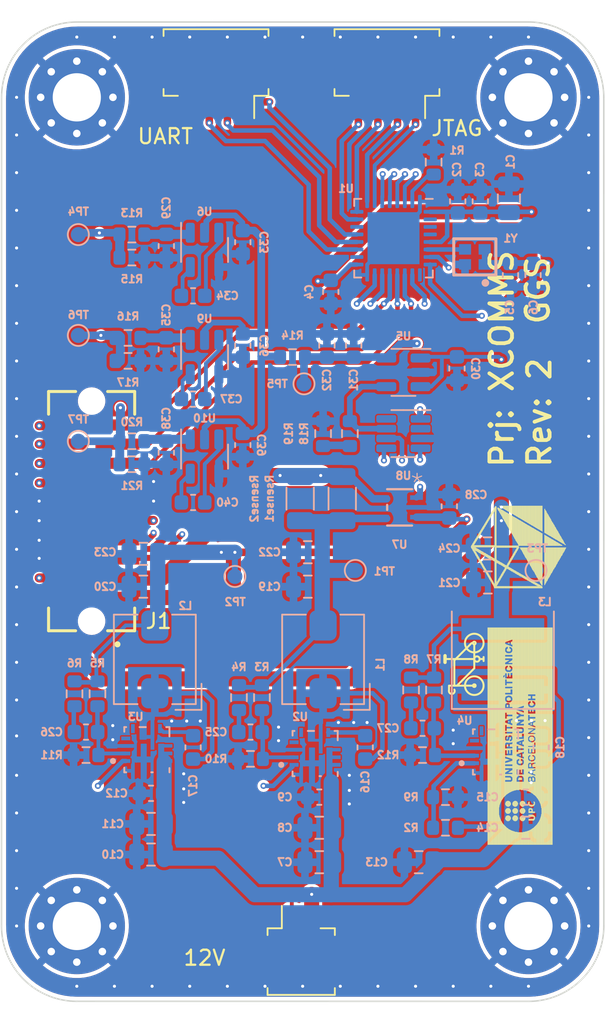
<source format=kicad_pcb>
(kicad_pcb (version 20211014) (generator pcbnew)
  (layers (0 "F.Cu" signal "Top Layer") (1 "In1.Cu" signal "Mid Layer 1") (2 "In2.Cu" signal "Mid Layer 2") (31 "B.Cu" signal "Bottom Layer") (34 "B.Paste" user "Bottom Paste") (35 "F.Paste" user "Top Paste") (36 "B.SilkS" user "Bottom Overlay") (37 "F.SilkS" user "Top Overlay") (38 "B.Mask" user "Bottom Solder") (39 "F.Mask" user "Top Solder") (44 "Edge.Cuts" user))
  (net 0 "")
  (net 1 "GND")
  (net 2 "+12V")
  (net 3 "+3V3")
  (net 4 "+5V")
  (net 5 "Net-(C16-Pad1)")
  (net 6 "Net-(C16-Pad2)")
  (net 7 "/XCOMMS_PowerSupply/6V")
  (net 8 "Net-(C17-Pad1)")
  (net 9 "Net-(C17-Pad2)")
  (net 10 "Net-(C18-Pad1)")
  (net 11 "/XCOMMS_PowerSupply/Vinv_in")
  (net 12 "Net-(C18-Pad2)")
  (net 13 "Net-(C25-Pad1)")
  (net 14 "Net-(C25-Pad2)")
  (net 15 "Net-(C26-Pad1)")
  (net 16 "Net-(C26-Pad2)")
  (net 17 "Net-(C27-Pad1)")
  (net 18 "Net-(C27-Pad2)")
  (net 19 "Net-(C29-Pad2)")
  (net 20 "Net-(C31-Pad1)")
  (net 21 "Net-(C34-Pad1)")
  (net 22 "Net-(C34-Pad2)")
  (net 23 "Net-(C35-Pad2)")
  (net 24 "Net-(C37-Pad1)")
  (net 25 "Net-(C37-Pad2)")
  (net 26 "Net-(C38-Pad2)")
  (net 27 "Net-(C40-Pad1)")
  (net 28 "Net-(C40-Pad2)")
  (net 29 "/Vg_PA1")
  (net 30 "/SDI")
  (net 31 "/Vg_PA2")
  (net 32 "/SDO")
  (net 33 "/Vg_PA3")
  (net 34 "/SCK")
  (net 35 "/PLL_CSB")
  (net 36 "/Tx_CE")
  (net 37 "/T_CSB")
  (net 38 "/LO_EN")
  (net 39 "/Tx_PM")
  (net 40 "/Vd_PA")
  (net 41 "/JTDO")
  (net 42 "/JTDI")
  (net 43 "/JTCK")
  (net 44 "/JTMS")
  (net 45 "Net-(R2-Pad2)")
  (net 46 "Net-(R18-Pad1)")
  (net 47 "Net-(R18-Pad2)")
  (net 48 "/R_CSB")
  (net 50 "/USART1_CTS")
  (net 51 "/USART1_Rx")
  (net 52 "/USART1_Tx")
  (net 54 "/5V_EN")
  (net 55 "/6V_EN")
  (net 57 "/CurrentSense")
  (net 58 "/mcu_OSC")
  (net 67 "/Boot0")
  (net 71 "unconnected-(UART1-Pad4)")
  (footprint "GGS_Connectors:SAMTEC_TFC-110-02-F-D-A-P-FR" (layer "F.Cu") (at 136.201102 110.6836 90)
    (fp_text reference "J1")
    (fp_text value "TFC-110-02-F-D-A-P-FR")
  )
  (footprint "D:_GoogleDrive_UPC_MEE_IR_Altium_Library_Altium_libraries_3CAT_Official_lib_3C4_OFFICIAL_LIB.PcbLib_UPC_LOGO" (layer "F.Cu") (at 165.101104 127.1036 90)
    (fp_text reference "Designator9" hide)
    (fp_text value "Comment" hide)
  )
  (footprint "MountingHole:MountingHole_3.2mm_M3_Pad_Via" (layer "F.Cu") (at 163.501095 77.503604)
    (fp_text reference "SCRW4" hide)
    (fp_text value "MountingHole_Pad" hide)
  )
  (footprint "D:_GoogleDrive_UPC_MEE_IR_Altium_Library_Altium_libraries_3CAT_Official_lib_3C4_OFFICIAL_LIB.PcbLib_PCB_ID" (layer "F.Cu") (at 162.601104 102.2036 90)
    (fp_text reference "Designator6" hide)
    (fp_text value "Comment" hide)
  )
  (footprint "D:_GoogleDrive_UPC_MEE_IR_Altium_Library_Altium_libraries_3CAT_Official_lib_3C4_OFFICIAL_LIB.PcbLib_PCB_ID" (layer "F.Cu") (at 138.701102 133.1036)
    (fp_text reference "Designator11" hide)
    (fp_text value "Comment" hide)
  )
  (footprint "D:_GoogleDrive_UPC_MEE_IR_Altium_Library_Altium_libraries_3CAT_Official_lib_3C4_OFFICIAL_LIB.PcbLib_PCB_ID" (layer "F.Cu") (at 144.301102 112.503598)
    (fp_text reference "Designator10" hide)
    (fp_text value "Comment" hide)
  )
  (footprint "D:_GoogleDrive_UPC_MEE_IR_Altium_Library_Altium_libraries_3CAT_Official_lib_3C4_OFFICIAL_LIB.PcbLib_PCB_ID" (layer "F.Cu") (at 144.301102 112.503598)
    (fp_text reference "Designator10" hide)
    (fp_text value "Comment" hide)
  )
  (footprint "MountingHole:MountingHole_3.2mm_M3_Pad_Via" (layer "F.Cu") (at 163.501095 132.503596)
    (fp_text reference "SCRW2" hide)
    (fp_text value "MountingHole_Pad" hide)
  )
  (footprint "Connector_Molex:Molex_PicoBlade_53261-0271_1x02-1MP_P1.25mm_Horizontal" (layer "F.Cu") (at 148.405102 134.366)
    (fp_text reference "12V")
    (fp_text value "MOLEX_52610271")
  )
  (footprint "Connector_Molex:Molex_PicoBlade_53261-0471_1x04-1MP_P1.25mm_Horizontal" (layer "F.Cu") (at 154.101102 75.692 180)
    (fp_text reference "JTAG")
    (fp_text value "MOLEX_532610471")
  )
  (footprint "D:_GoogleDrive_UPC_MEE_IR_Altium_Library_Altium_libraries_3CAT_Official_lib_3C4_OFFICIAL_LIB.PcbLib_NANOSAT_LOGO" (layer "F.Cu") (at 167.201102 120.0036 90)
    (fp_text reference "Designator8" hide)
    (fp_text value "Comment" hide)
  )
  (footprint "Connector_Molex:Molex_PicoBlade_53261-0471_1x04-1MP_P1.25mm_Horizontal" (layer "F.Cu") (at 142.748 75.692 180)
    (fp_text reference "UART")
    (fp_text value "MOLEX_532610471")
  )
  (footprint "MountingHole:MountingHole_3.2mm_M3_Pad_Via" (layer "F.Cu") (at 133.501105 132.503596)
    (fp_text reference "SCRW1" hide)
    (fp_text value "MountingHole_Pad" hide)
  )
  (footprint "D:_GoogleDrive_UPC_MEE_IR_Altium_Library_Altium_libraries_3CAT_Official_lib_3C4_OFFICIAL_LIB.PcbLib_PCB_Rev" (layer "F.Cu") (at 165.101104 102.1036 90)
    (fp_text reference "Designator7" hide)
    (fp_text value "Comment" hide)
  )
  (footprint "MountingHole:MountingHole_3.2mm_M3_Pad_Via" (layer "F.Cu") (at 133.501105 77.503604)
    (fp_text reference "SCRW3" hide)
    (fp_text value "MountingHole_Pad" hide)
  )
  (footprint "Capacitor_SMD:C_0603_1608Metric" (layer "B.Cu") (at 149.606 123.952 180)
    (fp_text reference "C9")
    (fp_text value "100nF" hide)
  )
  (footprint "Capacitor_SMD:C_0603_1608Metric" (layer "B.Cu") (at 139.446 101.092 90)
    (fp_text reference "C38")
    (fp_text value "0.33uF" hide)
  )
  (footprint "Resistor_SMD:R_0603_1608Metric" (layer "B.Cu") (at 145.034 121.412 180)
    (fp_text reference "R10")
    (fp_text value "10k" hide)
  )
  (footprint "TestPoint:TestPoint_Pad_D1.0mm" (layer "B.Cu") (at 144.001102 109.3036 90)
    (fp_text reference "TP2")
    (fp_text value "TestPoint" hide)
  )
  (footprint "Capacitor_SMD:C_0603_1608Metric" (layer "B.Cu") (at 139.446 94.234 90)
    (fp_text reference "C35")
    (fp_text value "0.33uF" hide)
  )
  (footprint "TestPoint:TestPoint_Pad_D1.0mm" (layer "B.Cu") (at 164.001098 108.903598 90)
    (fp_text reference "TP3")
    (fp_text value "TestPoint" hide)
  )
  (footprint "Resistor_SMD:R_0603_1608Metric" (layer "B.Cu") (at 134.112 121.158 180)
    (fp_text reference "R11")
    (fp_text value "10k" hide)
  )
  (footprint "Capacitor_SMD:C_0603_1608Metric" (layer "B.Cu") (at 138.43 123.698 180)
    (fp_text reference "C12")
    (fp_text value "100nF" hide)
  )
  (footprint "Capacitor_SMD:C_0805_2012Metric" (layer "B.Cu") (at 156.21 128.27 180)
    (fp_text reference "C13")
    (fp_text value "10uF" hide)
  )
  (footprint "Resistor_SMD:R_0603_1608Metric" (layer "B.Cu") (at 157.226 116.84 -90)
    (fp_text reference "R7")
    (fp_text value "45.3k" hide)
  )
  (footprint "Capacitor_SMD:C_0603_1608Metric" (layer "B.Cu") (at 141.224 97.536 180)
    (fp_text reference "C37")
    (fp_text value "0.33uF" hide)
  )
  (footprint "Capacitor_SMD:C_0603_1608Metric" (layer "B.Cu") (at 162.306 89.3036 -90)
    (fp_text reference "C5")
    (fp_text value "1uF" hide)
  )
  (footprint "TestPoint:TestPoint_Pad_D1.0mm" (layer "B.Cu") (at 133.604 93.3036 180)
    (fp_text reference "TP6")
    (fp_text value "TestPoint" hide)
  )
  (footprint "Resistor_SMD:R_0603_1608Metric" (layer "B.Cu") (at 149.86 99.822 90)
    (fp_text reference "R19")
    (fp_text value "5k" hide)
  )
  (footprint "Capacitor_SMD:C_0603_1608Metric" (layer "B.Cu") (at 134.112 119.634 180)
    (fp_text reference "C26")
    (fp_text value "100pF" hide)
  )
  (footprint "Capacitor_SMD:C_0603_1608Metric" (layer "B.Cu") (at 145.034 119.634 180)
    (fp_text reference "C25")
    (fp_text value "100pF" hide)
  )
  (footprint "Capacitor_SMD:C_0603_1608Metric" (layer "B.Cu") (at 163.322 123.952)
    (fp_text reference "C15")
    (fp_text value "100nF" hide)
  )
  (footprint "Capacitor_SMD:C_0603_1608Metric" (layer "B.Cu") (at 152.654 120.65 -90)
    (fp_text reference "C16")
    (fp_text value "100nF" hide)
  )
  (footprint "Capacitor_SMD:C_0603_1608Metric" (layer "B.Cu") (at 144.526 87.122 90)
    (fp_text reference "C33")
    (fp_text value "0.33uF" hide)
  )
  (footprint "Capacitor_SMD:C_0805_2012Metric" (layer "B.Cu") (at 137.922 109.982 180)
    (fp_text reference "C20")
    (fp_text value "10uF" hide)
  )
  (footprint "Capacitor_SMD:C_0603_1608Metric" (layer "B.Cu") (at 151.892 93.98 90)
    (fp_text reference "C31")
    (fp_text value "1uF" hide)
  )
  (footprint "Resistor_SMD:R_0603_1608Metric" (layer "B.Cu") (at 136.906 93.472 180)
    (fp_text reference "R16")
    (fp_text value "10k" hide)
  )
  (footprint "Capacitor_SMD:C_0603_1608Metric" (layer "B.Cu") (at 150.114 93.98 90)
    (fp_text reference "C32")
    (fp_text value "1uF" hide)
  )
  (footprint "Resistor_SMD:R_0603_1608Metric" (layer "B.Cu") (at 137.16 86.614 180)
    (fp_text reference "R13")
    (fp_text value "10k" hide)
  )
  (footprint "Capacitor_SMD:C_0603_1608Metric" (layer "B.Cu") (at 158.75 95.504 -90)
    (fp_text reference "C30")
    (fp_text value "1uF" hide)
  )
  (footprint "Capacitor_SMD:C_0603_1608Metric" (layer "B.Cu") (at 139.446 87.376 90)
    (fp_text reference "C29")
    (fp_text value "0.33uF" hide)
  )
  (footprint "Resistor_SMD:R_0603_1608Metric" (layer "B.Cu") (at 147.828 94.742 180)
    (fp_text reference "R14")
    (fp_text value "0R" hide)
  )
  (footprint "Package_TO_SOT_SMD:SOT-23-8" (layer "B.Cu") (at 155.194 99.822 180)
    (fp_text reference "U8")
    (fp_text value "AD5160" hide)
  )
  (footprint "Resistor_SMD:R_0603_1608Metric" (layer "B.Cu") (at 137.16 101.854)
    (fp_text reference "R21")
    (fp_text value "20k" hide)
  )
  (footprint "Capacitor_SMD:C_0603_1608Metric" (layer "B.Cu") (at 160.301102 84.4036 90)
    (fp_text reference "C3")
    (fp_text value "100nF" hide)
  )
  (footprint "Capacitor_SMD:C_0603_1608Metric" (layer "B.Cu") (at 158.801104 84.4036 90)
    (fp_text reference "C2")
    (fp_text value "1uF" hide)
  )
  (footprint "Capacitor_SMD:C_0603_1608Metric" (layer "B.Cu") (at 163.801104 89.3036 -90)
    (fp_text reference "C6")
    (fp_text value "100nF" hide)
  )
  (footprint "Capacitor_SMD:C_0603_1608Metric" (layer "B.Cu") (at 141.224 120.65 -90)
    (fp_text reference "C17")
    (fp_text value "100nF" hide)
  )
  (footprint "Resistor_SMD:R_0603_1608Metric" (layer "B.Cu") (at 133.35 117.094 -90)
    (fp_text reference "R6")
    (fp_text value "20k" hide)
  )
  (footprint "Resistor_SMD:R_0603_1608Metric" (layer "B.Cu") (at 137.16 100.33 180)
    (fp_text reference "R20")
    (fp_text value "10k" hide)
  )
  (footprint "Resistor_SMD:R_1206_3216Metric" (layer "B.Cu") (at 151.13 104.14 90)
    (fp_text reference "Rsense1")
    (fp_text value "0R005" hide)
  )
  (footprint "Inductor_SMD:L_Bourns_SRP5030T" (layer "B.Cu") (at 149.86 114.808 90)
    (fp_text reference "L1")
    (fp_text value "3.3uH" hide)
  )
  (footprint "GGS_Miscellaneous:SC70-5" (layer "B.Cu") (at 154.94 109.799857 180)
    (fp_text reference "U7")
    (fp_text value "INA290" hide)
  )
  (footprint "Capacitor_SMD:C_0805_2012Metric" (layer "B.Cu") (at 138.43 127.762 180)
    (fp_text reference "C10")
    (fp_text value "10uF" hide)
  )
  (footprint "Resistor_SMD:R_0603_1608Metric" (layer "B.Cu") (at 155.702 116.84 -90)
    (fp_text reference "R8")
    (fp_text value "20k" hide)
  )
  (footprint "Capacitor_SMD:C_0805_2012Metric" (layer "B.Cu") (at 137.922 107.803605 180)
    (fp_text reference "C23")
    (fp_text value "10uF" hide)
  )
  (footprint "Capacitor_SMD:C_0603_1608Metric" (layer "B.Cu") (at 144.526 100.584 90)
    (fp_text reference "C39")
    (fp_text value "0.33uF" hide)
  )
  (footprint "Resistor_SMD:R_0603_1608Metric" (layer "B.Cu") (at 157.988 125.984 180)
    (fp_text reference "R2")
    (fp_text value "169k" hide)
  )
  (footprint "GGS_Power:TPS56637RPAR" (layer "B.Cu") (at 138.744503 115.723492)
    (fp_text reference "U3")
    (fp_text value "TPS56637" hide)
  )
  (footprint "Capacitor_SMD:C_0603_1608Metric" (layer "B.Cu") (at 141.224 104.394 180)
    (fp_text reference "C40")
    (fp_text value "0.33uF" hide)
  )
  (footprint "Resistor_SMD:R_0603_1608Metric" (layer "B.Cu") (at 151.638 99.822 -90)
    (fp_text reference "R18")
    (fp_text value "20k" hide)
  )
  (footprint "Resistor_SMD:R_0603_1608Metric" (layer "B.Cu") (at 134.874 117.094 -90)
    (fp_text reference "R5")
    (fp_text value "73.2k" hide)
  )
  (footprint "Capacitor_SMD:C_0805_2012Metric" (layer "B.Cu") (at 148.844 107.696 180)
    (fp_text reference "C22")
    (fp_text value "10uF" hide)
  )
  (footprint "Resistor_SMD:R_0603_1608Metric" (layer "B.Cu") (at 156.464 121.158 180)
    (fp_text reference "R12")
    (fp_text value "10k" hide)
  )
  (footprint "TestPoint:TestPoint_Pad_D1.0mm" (layer "B.Cu") (at 133.604 86.614 180)
    (fp_text reference "TP4")
    (fp_text value "TestPoint" hide)
  )
  (footprint "Capacitor_SMD:C_0805_2012Metric" (layer "B.Cu") (at 160.782 107.442 180)
    (fp_text reference "C24")
    (fp_text value "10uF" hide)
  )
  (footprint "Resistor_SMD:R_1206_3216Metric" (layer "B.Cu") (at 148.336 104.14 90)
    (fp_text reference "Rsense2")
    (fp_text value "0R005" hide)
  )
  (footprint "Inductor_SMD:L_Bourns_SRP5030T" (layer "B.Cu") (at 138.684 114.808 90)
    (fp_text reference "L2")
    (fp_text value "3.3uH" hide)
  )
  (footprint "Resistor_SMD:R_0603_1608Metric" (layer "B.Cu") (at 145.796 117.348 -90)
    (fp_text reference "R3")
    (fp_text value "90.9k" hide)
  )
  (footprint "Capacitor_SMD:C_0603_1608Metric" (layer "B.Cu") (at 164.338 120.65 -90)
    (fp_text reference "C18")
    (fp_text value "100nF" hide)
  )
  (footprint "TestPoint:TestPoint_Pad_D1.0mm" (layer "B.Cu") (at 148.59 96.52 90)
    (fp_text reference "TP5")
    (fp_text value "TestPoint" hide)
  )
  (footprint "Resistor_SMD:R_0603_1608Metric" (layer "B.Cu") (at 157.201104 81.8036 90)
    (fp_text reference "R1")
    (fp_text value "510" hide)
  )
  (footprint "Capacitor_SMD:C_0805_2012Metric" (layer "B.Cu") (at 162.201102 84.203602 90)
    (fp_text reference "C1")
    (fp_text value "4.7uF" hide)
  )
  (footprint "Capacitor_SMD:C_0805_2012Metric" (layer "B.Cu") (at 149.606 128.27 180)
    (fp_text reference "C7")
    (fp_text value "10uF" hide)
  )
  (footprint "TestPoint:TestPoint_Pad_D1.0mm" (layer "B.Cu") (at 133.604 100.33 180)
    (fp_text reference "TP7")
    (fp_text value "TestPoint" hide)
  )
  (footprint "TestPoint:TestPoint_Pad_D1.0mm" (layer "B.Cu") (at 152.001104 108.903603)
    (fp_text reference "TP1")
    (fp_text value "TestPoint" hide)
  )
  (footprint "Capacitor_SMD:C_0805_2012Metric" (layer "B.Cu") (at 149.606 125.984 180)
    (fp_text reference "C8")
    (fp_text value "10uF" hide)
  )
  (footprint "GGS_Power:TPS56637RPAR" (layer "B.Cu") (at 149.9205 115.9775)
    (fp_text reference "U2")
    (fp_text value "TPS56637" hide)
  )
  (footprint "Capacitor_SMD:C_0603_1608Metric" (layer "B.Cu") (at 156.464 119.38 180)
    (fp_text reference "C27")
    (fp_text value "100pF" hide)
  )
  (footprint "Capacitor_SMD:C_0805_2012Metric" (layer "B.Cu") (at 163.322 125.984)
    (fp_text reference "C14")
    (fp_text value "10uF" hide)
  )
  (footprint "Resistor_SMD:R_0603_1608Metric" (layer "B.Cu") (at 157.988 123.952)
    (fp_text reference "R9")
    (fp_text value "36.1k" hide)
  )
  (footprint "Capacitor_SMD:C_0603_1608Metric" (layer "B.Cu") (at 150.368 90.424 -90)
    (fp_text reference "C4")
    (fp_text value "100nF" hide)
  )
  (footprint "Capacitor_SMD:C_0603_1608Metric" (layer "B.Cu") (at 158.242 104.648 -90)
    (fp_text reference "C28")
    (fp_text value "100nF" hide)
  )
  (footprint "Capacitor_SMD:C_0603_1608Metric" (layer "B.Cu") (at 144.526 93.98 90)
    (fp_text reference "C36")
    (fp_text value "0.33uF" hide)
  )
  (footprint "Capacitor_SMD:C_0805_2012Metric" (layer "B.Cu") (at 148.844 109.982 180)
    (fp_text reference "C19")
    (fp_text value "10uF" hide)
  )
  (footprint "Resistor_SMD:R_0603_1608Metric" (layer "B.Cu") (at 136.906 94.996)
    (fp_text reference "R17")
    (fp_text value "20k" hide)
  )
  (footprint "Package_TO_SOT_SMD:SOT-23-5" (layer "B.Cu") (at 141.986 87.63 -90)
    (fp_text reference "U6")
    (fp_text value "MAX870EUK" hide)
  )
  (footprint "Resistor_SMD:R_0603_1608Metric" (layer "B.Cu") (at 144.272 117.348 -90)
    (fp_text reference "R4")
    (fp_text value "20k" hide)
  )
  (footprint "Inductor_SMD:L_Coilcraft_XAL60xx_6.36x6.56mm" (layer "B.Cu") (at 161.798 114.808 90)
    (fp_text reference "L3")
    (fp_text value "2.2uH" hide)
  )
  (footprint "Capacitor_SMD:C_0805_2012Metric" (layer "B.Cu") (at 138.43 125.73 180)
    (fp_text reference "C11")
    (fp_text value "10uF" hide)
  )
  (footprint "Capacitor_SMD:C_0805_2012Metric" (layer "B.Cu") (at 160.8011 109.7036 180)
    (fp_text reference "C21")
    (fp_text value "10uF" hide)
  )
  (footprint "Package_TO_SOT_SMD:SOT-23-5" (layer "B.Cu") (at 141.986 101.346 -90)
    (fp_text reference "U10")
    (fp_text value "MAX870EUK" hide)
  )
  (footprint "Package_TO_SOT_SMD:SOT-23-5" (layer "B.Cu") (at 141.986 94.742 -90)
    (fp_text reference "U9")
    (fp_text value "MAX870EUK" hide)
  )
  (footprint "Resistor_SMD:R_0603_1608Metric" (layer "B.Cu") (at 137.16 88.138)
    (fp_text reference "R15")
    (fp_text value "20k" hide)
  )
  (footprint "Package_TO_SOT_SMD:SOT-23-5" (layer "B.Cu") (at 155.194 95.758 180)
    (fp_text reference "U5")
    (fp_text value "TPS784" hide)
  )
  (footprint "GGS_Miscellaneous:TCXO_ECS" (layer "B.Cu") (at 160.586701 92.674601 180)
    (fp_text reference "Y1")
    (fp_text value "TCXO_ECS" hide)
  )
  (footprint "Capacitor_SMD:C_0603_1608Metric" (layer "B.Cu") (at 141.224 90.678 180)
    (fp_text reference "C34")
    (fp_text value "0.33uF" hide)
  )
  (footprint "GGS_Power:TPS56637RPAR" (layer "B.Cu") (at 161.902202 115.8703)
    (fp_text reference "U4")
    (fp_text value "TPS56637" hide)
  )
  (footprint "Package_DFN_QFN:QFN-32-1EP_5x5mm_P0.5mm_EP3.45x3.45mm" (layer "B.Cu") (at 154.536115 86.853598 180)
    (fp_text reference "U1")
    (fp_text value "STM32L431KBUx" hide)
  )
  (gr_line (start 158.222428 116.861398) (end 158.222428 116.596344) (layer "F.SilkS") (width 0.132527))
  (gr_line (start 159.901104 115.4036) (end 159.901104 115.138546) (layer "F.SilkS") (width 0.132527))
  (gr_line (start 158.575831 116.552168) (end 158.752534 116.552168) (layer "F.SilkS") (width 0.132527))
  (gr_circle (center 159.901102 116.552168) (end 159.901102 116.463817) (layer "F.SilkS") (width 0.132527) (fill none))
  (gr_line (start 158.222428 116.552168) (end 159.901102 116.552168) (layer "F.SilkS") (width 0.132527))
  (gr_line (start 158.575831 114.87349) (end 159.724401 113.724922) (layer "F.SilkS") (width 0.132527))
  (gr_line (start 157.957374 114.785138) (end 159.901104 114.785138) (layer "F.SilkS") (width 0.132527))
  (gr_line (start 157.957374 115.006019) (end 157.957374 114.56426) (layer "F.SilkS") (width 0.224412))
  (gr_line (start 158.575831 116.552168) (end 158.575831 114.87349) (layer "F.SilkS") (width 0.132527))
  (gr_line (start 159.901104 115.09437) (end 159.901104 113.813273) (layer "F.SilkS") (width 0.132527))
  (gr_line (start 160.254509 114.785138) (end 160.519563 114.785138) (layer "F.SilkS") (width 0.132527))
  (gr_circle (center 159.901104 113.724922) (end 159.901104 113.636571) (layer "F.SilkS") (width 0.132527) (fill none))
  (gr_line (start 160.519563 114.917665) (end 160.519563 114.652611) (layer "F.SilkS") (width 0.132527))
  (gr_line (start 158.752534 116.552168) (end 159.901104 115.4036) (layer "F.SilkS") (width 0.132527))
  (gr_line (start 159.901104 115.138546) (end 159.901104 114.785138) (layer "F.SilkS") (width 0.132527))
  (gr_arc (start 158.575835 116.817224) (mid 158.431492 117.098204) (end 158.222428 116.861398) (layer "F.SilkS") (width 0.132527))
  (gr_circle (center 159.901102 116.552168) (end 159.901102 115.933708) (layer "F.SilkS") (width 0.132527) (fill none))
  (gr_circle (center 159.901104 113.724922) (end 159.901104 113.106462) (layer "F.SilkS") (width 0.132527) (fill none))
  (gr_circle (center 160.077804 114.785138) (end 160.077804 114.608435) (layer "F.SilkS") (width 0.132527) (fill none))
  (gr_arc (start 128.504 77.504) (mid 129.969016 73.969703) (end 133.504064 72.506499) (layer "Edge.Cuts") (width 0.1))
  (gr_arc (start 168.504 132.504) (mid 167.040063 136.040776) (end 163.504025 137.506495) (layer "Edge.Cuts") (width 0.1))
  (gr_line (start 168.500704 77.503997) (end 168.504 132.504) (layer "Edge.Cuts") (width 0.1))
  (gr_arc (start 133.504 137.503999) (mid 129.966817 136.040216) (end 128.500702 132.504) (layer "Edge.Cuts") (width 0.1))
  (gr_line (start 133.504 72.506499) (end 163.504 72.504001) (layer "Edge.Cuts") (width 0.1))
  (gr_line (start 163.504025 137.506495) (end 133.504 137.503999) (layer "Edge.Cuts") (width 0.1))
  (gr_arc (start 163.504 72.504001) (mid 167.037884 73.969148) (end 168.500704 77.503997) (layer "Edge.Cuts") (width 0.1))
  (gr_line (start 128.500702 132.504) (end 128.504 77.504) (layer "Edge.Cuts") (width 0.1))
  (segment (start 132.741102 104.3036) (end 132.771102 104.3336) (width 0.6) (layer "F.Cu") (net 1))
  (segment (start 131.001102 105.6036) (end 132.771102 105.6036) (width 0.6) (layer "F.Cu") (net 1))
  (segment (start 131.001102 106.9036) (end 132.741102 106.9036) (width 0.6) (layer "F.Cu") (net 1))
  (segment (start 131.001106 108.103602) (end 132.7311 108.103602) (width 0.6) (layer "F.Cu") (net 1))
  (segment (start 136.201102 104.3336) (end 136.231102 104.3036) (width 0.6) (layer "F.Cu") (net 1))
  (segment (start 136.231102 104.3036) (end 138.601102 104.3036) (width 0.6) (layer "F.Cu") (net 1))
  (segment (start 136.201102 103.0636) (end 138.501104 103.0636) (width 0.6) (layer "F.Cu") (net 1))
  (segment (start 131.001102 104.3036) (end 132.741102 104.3036) (width 0.6) (layer "F.Cu") (net 1))
  (via (at 129.501104 105.003598) (size 0.4064) (drill 0.2032) (layers "F.Cu" "B.Cu") (net 1))
  (via (at 129.501104 87.5036) (size 0.4064) (drill 0.2032) (layers "F.Cu" "B.Cu") (net 1))
  (via (at 158.501104 120.4036) (size 0.4064) (drill 0.2032) (layers "F.Cu" "B.Cu") (net 1))
  (via (at 167.501104 105.003598) (size 0.4064) (drill 0.2032) (layers "F.Cu" "B.Cu") (net 1))
  (via (at 167.501104 120.0036) (size 0.4064) (drill 0.2032) (layers "F.Cu" "B.Cu") (net 1))
  (via (at 167.501104 87.5036) (size 0.4064) (drill 0.2032) (layers "F.Cu" "B.Cu") (net 1))
  (via (at 146.901102 119.3036) (size 0.4064) (drill 0.2032) (layers "F.Cu" "B.Cu") (net 1))
  (via (at 167.501104 97.5036) (size 0.4064) (drill 0.2032) (layers "F.Cu" "B.Cu") (net 1))
  (via (at 158.501104 119.5036) (size 0.4064) (drill 0.2032) (layers "F.Cu" "B.Cu") (net 1))
  (via (at 148.501104 136.5036) (size 0.4064) (drill 0.2032) (layers "F.Cu" "B.Cu") (net 1))
  (via (at 138.501104 73.5036) (size 0.4064) (drill 0.2032) (layers "F.Cu" "B.Cu") (net 1))
  (via (at 153.501104 136.5036) (size 0.4064) (drill 0.2032) (layers "F.Cu" "B.Cu") (net 1))
  (via (at 133.501102 136.5036) (size 0.4064) (drill 0.2032) (layers "F.Cu" "B.Cu") (net 1))
  (via (at 131.001102 106.9036) (size 0.4064) (drill 0.2032) (layers "F.Cu" "B.Cu") (net 1))
  (via (at 158.501104 73.5036) (size 0.4064) (drill 0.2032) (layers "F.Cu" "B.Cu") (net 1))
  (via (at 167.501104 102.503598) (size 0.4064) (drill 0.2032) (layers "F.Cu" "B.Cu") (net 1))
  (via (at 139.801102 118.903598) (size 0.4064) (drill 0.2032) (layers "F.Cu" "B.Cu") (net 1))
  (via (at 150.876 118.999) (size 0.4064) (drill 0.2032) (layers "F.Cu" "B.Cu") (net 1))
  (via (at 163.6776 122.9868) (size 0.4064) (drill 0.2032) (layers "F.Cu" "B.Cu") (net 1))
  (via (at 141.001104 73.5036) (size 0.4064) (drill 0.2032) (layers "F.Cu" "B.Cu") (net 1))
  (via (at 131.001106 108.103602) (size 0.4064) (drill 0.2032) (layers "F.Cu" "B.Cu") (net 1))
  (via (at 167.501104 127.5036) (size 0.4064) (drill 0.2032) (layers "F.Cu" "B.Cu") (net 1))
  (via (at 167.501104 132.5036) (size 0.4064) (drill 0.2032) (layers "F.Cu" "B.Cu") (net 1))
  (via (at 146.901102 120.203598) (size 0.4064) (drill 0.2032) (layers "F.Cu" "B.Cu") (net 1))
  (via (at 129.501104 85.0036) (size 0.4064) (drill 0.2032) (layers "F.Cu" "B.Cu") (net 1))
  (via (at 138.501104 136.5036) (size 0.4064) (drill 0.2032) (layers "F.Cu" "B.Cu") (net 1))
  (via (at 156.001104 136.5036) (size 0.4064) (drill 0.2032) (layers "F.Cu" "B.Cu") (net 1))
  (via (at 158.501104 136.5036) (size 0.4064) (drill 0.2032) (layers "F.Cu" "B.Cu") (net 1))
  (via (at 141.001104 136.5036) (size 0.4064) (drill 0.2032) (layers "F.Cu" "B.Cu") (net 1))
  (via (at 129.501104 132.5036) (size 0.4064) (drill 0.2032) (layers "F.Cu" "B.Cu") (net 1))
  (via (at 156.001104 73.5036) (size 0.4064) (drill 0.2032) (layers "F.Cu" "B.Cu") (net 1))
  (via (at 143.501104 73.5036) (size 0.4064) (drill 0.2032) (layers "F.Cu" "B.Cu") (net 1))
  (via (at 167.501104 110.003598) (size 0.4064) (drill 0.2032) (layers "F.Cu" "B.Cu") (net 1))
  (via (at 167.501104 115.003598) (size 0.4064) (drill 0.2032) (layers "F.Cu" "B.Cu") (net 1))
  (via (at 138.601102 103.0036) (size 0.4064) (drill 0.2032) (layers "F.Cu" "B.Cu") (net 1))
  (via (at 151.601102 123.5036) (size 0.4064) (drill 0.2032) (layers "F.Cu" "B.Cu") (net 1))
  (via (at 167.501104 117.5036) (size 0.4064) (drill 0.2032) (layers "F.Cu" "B.Cu") (net 1))
  (via (at 167.501104 122.5036) (size 0.4064) (drill 0.2032) (layers "F.Cu" "B.Cu") (net 1))
  (via (at 167.501104 85.0036) (size 0.4064) (drill 0.2032) (layers "F.Cu" "B.Cu") (net 1))
  (via (at 129.501104 115.003598) (size 0.4064) (drill 0.2032) (layers "F.Cu" "B.Cu") (net 1))
  (via (at 136.001102 73.5036) (size 0.4064) (drill 0.2032) (layers "F.Cu" "B.Cu") (net 1))
  (via (at 167.501104 90.0036) (size 0.4064) (drill 0.2032) (layers "F.Cu" "B.Cu") (net 1))
  (via (at 164.601105 118.872) (size 0.4064) (drill 0.2032) (layers "F.Cu" "B.Cu") (net 1))
  (via (at 141.701105 118.903598) (size 0.4064) (drill 0.2032) (layers "F.Cu" "B.Cu") (net 1))
  (via (at 129.501104 102.503598) (size 0.4064) (drill 0.2032) (layers "F.Cu" "B.Cu") (net 1))
  (via (at 167.501104 92.5036) (size 0.4064) (drill 0.2032) (layers "F.Cu" "B.Cu") (net 1))
  (via (at 129.501104 110.003598) (size 0.4064) (drill 0.2032) (layers "F.Cu" "B.Cu") (net 1))
  (via (at 146.001104 136.5036) (size 0.4064) (drill 0.2032) (layers "F.Cu" "B.Cu") (net 1))
  (via (at 167.501104 125.0036) (size 0.4064) (drill 0.2032) (layers "F.Cu" "B.Cu") (net 1))
  (via (at 129.501104 117.5036) (size 0.4064) (drill 0.2032) (layers "F.Cu" "B.Cu") (net 1))
  (via (at 129.501104 107.503598) (size 0.4064) (drill 0.2032) (layers "F.Cu" "B.Cu") (net 1))
  (via (at 162.701097 118.872) (size 0.4064) (drill 0.2032) (layers "F.Cu" "B.Cu") (net 1))
  (via (at 163.501104 73.5036) (size 0.4064) (drill 0.2032) (layers "F.Cu" "B.Cu") (net 1))
  (via (at 131.001102 104.3036) (size 0.4064) (drill 0.2032) (layers "F.Cu" "B.Cu") (net 1))
  (via (at 140.601104 123.4036) (size 0.4064) (drill 0.2032) (layers "F.Cu" "B.Cu") (net 1))
  (via (at 129.501104 77.5036) (size 0.4064) (drill 0.2032) (layers "F.Cu" "B.Cu") (net 1))
  (via (at 129.501104 95.0036) (size 0.4064) (drill 0.2032) (layers "F.Cu" "B.Cu") (net 1))
  (via (at 161.001104 136.5036) (size 0.4064) (drill 0.2032) (layers "F.Cu" "B.Cu") (net 1))
  (via (at 151.601102 124.4036) (size 0.4064) (drill 0.2032) (layers "F.Cu" "B.Cu") (net 1))
  (via (at 152.781 118.999) (size 0.4064) (drill 0.2032) (layers "F.Cu" "B.Cu") (net 1))
  (via (at 167.501104 130.0036) (size 0.4064) (drill 0.2032) (layers "F.Cu" "B.Cu") (net 1))
  (via (at 167.501104 82.5036) (size 0.4064) (drill 0.2032) (layers "F.Cu" "B.Cu") (net 1))
  (via (at 163.6776 122.2756) (size 0.4064) (drill 0.2032) (layers "F.Cu" "B.Cu") (net 1))
  (via (at 133.501102 73.5036) (size 0.4064) (drill 0.2032) (layers "F.Cu" "B.Cu") (net 1))
  (via (at 151.892 118.999) (size 0.4064) (drill 0.2032) (layers "F.Cu" "B.Cu") (net 1))
  (via (at 167.501104 112.503598) (size 0.4064) (drill 0.2032) (layers "F.Cu" "B.Cu") (net 1))
  (via (at 148.501104 73.5036) (size 0.4064) (drill 0.2032) (layers "F.Cu" "B.Cu") (net 1))
  (via (at 129.501104 97.5036) (size 0.4064) (drill 0.2032) (layers "F.Cu" "B.Cu") (net 1))
  (via (at 129.501104 100.003598) (size 0.4064) (drill 0.2032) (layers "F.Cu" "B.Cu") (net 1))
  (via (at 167.501104 77.5036) (size 0.4064) (drill 0.2032) (layers "F.Cu" "B.Cu") (net 1))
  (via (at 131.001102 105.6036) (size 0.4064) (drill 0.2032) (layers "F.Cu" "B.Cu") (net 1))
  (via (at 140.601104 122.4036) (size 0.4064) (drill 0.2032) (layers "F.Cu" "B.Cu") (net 1))
  (via (at 138.601102 104.3036) (size 0.4064) (drill 0.2032) (layers "F.Cu" "B.Cu") (net 1))
  (via (at 129.501104 130.0036) (size 0.4064) (drill 0.2032) (layers "F.Cu" "B.Cu") (net 1))
  (via (at 135.89 119.2036) (size 0.4064) (drill 0.2032) (layers "F.Cu" "B.Cu") (net 1))
  (via (at 167.501104 107.503598) (size 0.4064) (drill 0.2032) (layers "F.Cu" "B.Cu") (net 1))
  (via (at 143.501104 136.5036) (size 0.4064) (drill 0.2032) (layers "F.Cu" "B.Cu") (net 1))
  (via (at 151.001104 136.5036) (size 0.4064) (drill 0.2032) (layers "F.Cu" "B.Cu") (net 1))
  (via (at 151.601102 122.5036) (size 0.4064) (drill 0.2032) (layers "F.Cu" "B.Cu") (net 1))
  (via (at 167.501104 100.003598) (size 0.4064) (drill 0.2032) (layers "F.Cu" "B.Cu") (net 1))
  (via (at 129.501104 90.0036) (size 0.4064) (drill 0.2032) (layers "F.Cu" "B.Cu") (net 1))
  (via (at 135.89 120.142) (size 0.4064) (drill 0.2032) (layers "F.Cu" "B.Cu") (net 1))
  (via (at 129.501104 125.0036) (size 0.4064) (drill 0.2032) (layers "F.Cu" "B.Cu") (net 1))
  (via (at 129.501104 122.5036) (size 0.4064) (drill 0.2032) (layers "F.Cu" "B.Cu") (net 1))
  (via (at 146.001104 73.5036) (size 0.4064) (drill 0.2032) (layers "F.Cu" "B.Cu") (net 1))
  (via (at 163.501104 136.5036) (size 0.4064) (drill 0.2032) (layers "F.Cu" "B.Cu") (net 1))
  (via (at 153.501104 73.5036) (size 0.4064) (drill 0.2032) (layers "F.Cu" "B.Cu") (net 1))
  (via (at 140.601104 124.3036) (size 0.4064) (drill 0.2032) (layers "F.Cu" "B.Cu") (net 1))
  (via (at 129.501104 119.888) (size 0.4064) (drill 0.2032) (layers "F.Cu" "B.Cu") (net 1))
  (via (at 140.801104 118.903598) (size 0.4064) (drill 0.2032) (layers "F.Cu" "B.Cu") (net 1))
  (via (at 136.001102 136.5036) (size 0.4064) (drill 0.2032) (layers "F.Cu" "B.Cu") (net 1))
  (via (at 129.501104 127.5036) (size 0.4064) (drill 0.2032) (layers "F.Cu" "B.Cu") (net 1))
  (via (at 129.501104 92.5036) (size 0.4064) (drill 0.2032) (layers "F.Cu" "B.Cu") (net 1))
  (via (at 161.001104 73.5036) (size 0.4064) (drill 0.2032) (layers "F.Cu" "B.Cu") (net 1))
  (via (at 129.501104 80.0036) (size 0.4064) (drill 0.2032) (layers "F.Cu" "B.Cu") (net 1))
  (via (at 129.501104 82.5036) (size 0.4064) (drill 0.2032) (layers "F.Cu" "B.Cu") (net 1))
  (via (at 129.501104 112.503598) (size 0.4064) (drill 0.2032) (layers "F.Cu" "B.Cu") (net 1))
  (via (at 163.701095 118.872) (size 0.4064) (drill 0.2032) (layers "F.Cu" "B.Cu") (net 1))
  (via (at 167.501104 95.0036) (size 0.4064) (drill 0.2032) (layers "F.Cu" "B.Cu") (net 1))
  (via (at 151.001104 73.5036) (size 0.4064) (drill 0.2032) (layers "F.Cu" "B.Cu") (net 1))
  (via (at 167.501104 80.0036) (size 0.4064) (drill 0.2032) (layers "F.Cu" "B.Cu") (net 1))
  (segment (start 156.286115 85.103598) (end 154.536115 86.853598) (width 0.254) (layer "B.Cu") (net 1))
  (segment (start 152.786115 89.291098) (end 152.786115 88.603598) (width 0.254) (layer "B.Cu") (net 1))
  (segment (start 156.286115 84.416098) (end 156.286115 85.103598) (width 0.254) (layer "B.Cu") (net 1))
  (segment (start 152.786115 88.603598) (end 154.536115 86.853598) (width 0.254) (layer "B.Cu") (net 1))
  (segment (start 149.101102 132.178598) (end 149.101102 130.403598) (width 1) (layer "F.Cu") (net 2))
  (via (at 149.101099 130.4036) (size 0.4064) (drill 0.2032) (layers "F.Cu" "B.Cu") (net 2))
  (segment (start 160.501108 128.103598) (end 162.301102 126.303604) (width 1) (layer "B.Cu") (net 2))
  (segment (start 139.301107 128.003603) (end 142.901107 128.003603) (width 1) (layer "B.Cu") (net 2))
  (segment (start 162.301102 126.303604) (end 162.301102 126.003597) (width 1) (layer "B.Cu") (net 2))
  (segment (start 159.1011 125.903597) (end 162.401102 125.903597) (width 0.3) (layer "B.Cu") (net 2))
  (segment (start 145.326104 130.4286) (end 150.401102 130.4286) (width 1) (layer "B.Cu") (net 2))
  (segment (start 150.401102 130.4286) (end 155.321752 130.4286) (width 1) (layer "B.Cu") (net 2))
  (segment (start 142.901107 128.003603) (end 145.326104 130.4286) (width 1) (layer "B.Cu") (net 2))
  (segment (start 150.556 125.73) (end 150.474704 125.73) (width 0.25) (layer "B.Cu") (net 2))
  (segment (start 162.401102 125.903597) (end 162.401102 121.578597) (width 1) (layer "B.Cu") (net 2))
  (segment (start 159.001102 125.803597) (end 159.1011 125.903597) (width 0.3) (layer "B.Cu") (net 2))
  (segment (start 150.401096 122.936) (end 150.401096 130.428594) (width 1.016) (layer "B.Cu") (net 2))
  (segment (start 139.301102 128.103598) (end 139.301102 121.603606) (width 1) (layer "B.Cu") (net 2))
  (segment (start 157.646754 128.103598) (end 160.501108 128.103598) (width 1) (layer "B.Cu") (net 2))
  (segment (start 162.301102 126.003597) (end 162.401102 125.903597) (width 1) (layer "B.Cu") (net 2))
  (segment (start 155.321752 130.4286) (end 157.646754 128.103598) (width 1) (layer "B.Cu") (net 2))
  (segment (start 154.114631 85.1036) (end 163.701104 85.1036) (width 1) (layer "F.Cu") (net 3))
  (segment (start 132.801102 113.603347) (end 132.801102 111.0536) (width 1) (layer "F.Cu") (net 3))
  (segment (start 161.701102 105.603597) (end 161.701102 104.7036) (width 1) (layer "F.Cu") (net 3))
  (segment (start 135.301354 116.1036) (end 151.701102 116.1036) (width 1) (layer "F.Cu") (net 3))
  (segment (start 161.701102 94.903598) (end 161.701102 91.6036) (width 1) (layer "F.Cu") (net 3))
  (segment (start 161.701102 91.6036) (end 164.801102 88.5036) (width 1) (layer "F.Cu") (net 3))
  (segment (start 164.801102 88.5036) (end 164.801102 86.203598) (width 1) (layer "F.Cu") (net 3))
  (segment (start 132.801102 113.603347) (end 135.301354 116.1036) (width 1) (layer "F.Cu") (net 3))
  (segment (start 161.701102 104.7036) (end 161.701102 94.903598) (width 1) (layer "F.Cu") (net 3))
  (segment (start 163.701104 85.1036) (end 164.801102 86.203598) (width 1) (layer "F.Cu") (net 3))
  (segment (start 161.701102 106.103598) (end 161.701102 105.603597) (width 1) (layer "F.Cu") (net 3))
  (segment (start 151.701102 116.1036) (end 161.701102 106.103598) (width 1) (layer "F.Cu") (net 3))
  (segment (start 149.514632 89.703598) (end 154.114631 85.1036) (width 1) (layer "F.Cu") (net 3))
  (via (at 164.801102 88.5036) (size 0.4064) (drill 0.2032) (layers "F.Cu" "B.Cu") (net 3))
  (via (at 163.701104 85.1036) (size 0.4064) (drill 0.2032) (layers "F.Cu" "B.Cu") (net 3))
  (via (at 161.701099 104.703601) (size 0.4064) (drill 0.2032) (layers "F.Cu" "B.Cu") (net 3))
  (via (at 161.701102 94.903598) (size 0.4064) (drill 0.2032) (layers "F.Cu" "B.Cu") (net 3))
  (via (at 161.701099 105.603599) (size 0.4064) (drill 0.2032) (layers "F.Cu" "B.Cu") (net 3))
  (via (at 149.514632 89.703598) (size 0.4064) (drill 0.2032) (layers "F.Cu" "B.Cu") (net 3))
  (segment (start 163.701102 88.5036) (end 164.801102 88.5036) (width 0.4) (layer "B.Cu") (net 3))
  (segment (start 158.321107 112.783595) (end 161.701098 112.783595) (width 0.3) (layer "B.Cu") (net 3))
  (segment (start 158.101102 85.1036) (end 160.301102 85.1036) (width 0.3) (layer "B.Cu") (net 3))
  (segment (start 161.701102 112.691102) (end 161.701102 104.7036) (width 1) (layer "B.Cu") (net 3))
  (segment (start 156.3315 96.708) (end 157.038 96.708) (width 0.254) (layer "B.Cu") (net 3))
  (segment (start 157.038 96.708) (end 157.747 95.999) (width 0.254) (layer "B.Cu") (net 3))
  (segment (start 162.201099 85.103602) (end 163.701104 85.103602) (width 0.3) (layer "B.Cu") (net 3))
  (segment (start 157.226 116.015) (end 157.226 113.878702) (width 0.3) (layer "B.Cu") (net 3))
  (segment (start 149.514632 89.703598) (end 150.313402 89.703598) (width 0.3) (layer "B.Cu") (net 3))
  (segment (start 156.971105 87.103596) (end 157.701106 87.103596) (width 0.3) (layer "B.Cu") (net 3))
  (segment (start 162.00111 88.503598) (end 163.601104 88.503598) (width 0.4) (layer "B.Cu") (net 3))
  (segment (start 161.526504 94.729) (end 161.701102 94.903598) (width 0.254) (layer "B.Cu") (net 3))
  (segment (start 157.747 95.999) (end 157.747 94.729) (width 0.254) (layer "B.Cu") (net 3))
  (segment (start 150.59191 89.69209) (end 151.680405 88.603595) (width 0.3) (layer "B.Cu") (net 3))
  (segment (start 158.75 94.729) (end 161.526504 94.729) (width 0.254) (layer "B.Cu") (net 3))
  (segment (start 156.4105 94.729) (end 156.3315 94.808) (width 0.254) (layer "B.Cu") (net 3))
  (segment (start 150.313402 89.703598) (end 150.368 89.649) (width 0.3) (layer "B.Cu") (net 3))
  (segment (start 160.701102 88.503598) (end 161.901115 88.503598) (width 0.4) (layer "B.Cu") (net 3))
  (segment (start 155.702 116.015) (end 157.226 116.015) (width 0.3) (layer "B.Cu") (net 3))
  (segment (start 158.101102 86.7036) (end 158.101102 85.1036) (width 0.3) (layer "B.Cu") (net 3))
  (segment (start 160.601102 88.603598) (end 160.701102 88.503598) (width 0.4) (layer "B.Cu") (net 3))
  (segment (start 158.75 94.729) (end 157.747 94.729) (width 0.254) (layer "B.Cu") (net 3))
  (segment (start 157.226 113.878702) (end 158.321107 112.783595) (width 0.3) (layer "B.Cu") (net 3))
  (segment (start 158.801098 85.103602) (end 162.201099 85.103602) (width 0.3) (layer "B.Cu") (net 3))
  (segment (start 151.680405 88.603595) (end 152.101107 88.603595) (width 0.3) (layer "B.Cu") (net 3))
  (segment (start 157.747 94.729) (end 156.4105 94.729) (width 0.254) (layer "B.Cu") (net 3))
  (segment (start 160.601102 88.603598) (end 160.601102 87.603597) (width 0.4) (layer "B.Cu") (net 3))
  (segment (start 161.701098 108.903598) (end 164.001098 108.903598) (width 1) (layer "B.Cu") (net 3))
  (segment (start 156.971107 85.1036) (end 158.101102 85.1036) (width 0.3) (layer "B.Cu") (net 3))
  (segment (start 161.901115 88.503598) (end 162.00111 88.603593) (width 0.4) (layer "B.Cu") (net 3))
  (segment (start 157.701106 87.103596) (end 158.101102 86.7036) (width 0.3) (layer "B.Cu") (net 3))
  (segment (start 143.101102 107.7036) (end 143.901102 107.7036) (width 1) (layer "F.Cu") (net 4))
  (segment (start 143.315315 110.7036) (end 143.901102 110.117812) (width 1) (layer "F.Cu") (net 4))
  (segment (start 137.161102 110.7036) (end 143.315315 110.7036) (width 1) (layer "F.Cu") (net 4))
  (segment (start 144.001102 107.7036) (end 157.201104 107.7036) (width 0.5) (layer "F.Cu") (net 4))
  (segment (start 143.901102 110.117812) (end 143.901102 107.7036) (width 1) (layer "F.Cu") (net 4))
  (segment (start 143.901102 107.7036) (end 144.001102 107.7036) (width 1) (layer "F.Cu") (net 4))
  (segment (start 157.201104 107.7036) (end 159.401102 105.503602) (width 0.5) (layer "F.Cu") (net 4))
  (via (at 159.401104 105.503599) (size 0.4064) (drill 0.2032) (layers "F.Cu" "B.Cu") (net 4))
  (via (at 143.101111 107.703595) (size 0.4064) (drill 0.2032) (layers "F.Cu" "B.Cu") (net 4))
  (via (at 144.001109 107.703595) (size 0.4064) (drill 0.2032) (layers "F.Cu" "B.Cu") (net 4))
  (segment (start 158.101108 105.503602) (end 159.401102 105.503602) (width 0.3) (layer "B.Cu") (net 4))
  (segment (start 138.887505 107.703595) (end 144.001097 107.703595) (width 1.016) (layer "B.Cu") (net 4))
  (segment (start 156.06395 105.36985) (end 158.18885 105.36985) (width 0.5) (layer "B.Cu") (net 4))
  (segment (start 133.372692 116.332) (end 134.801102 116.332) (width 0.3) (layer "B.Cu") (net 4))
  (segment (start 158.18885 105.36985) (end 158.242 105.423) (width 0.5) (layer "B.Cu") (net 4))
  (segment (start 134.801102 114.503606) (end 136.751111 112.553598) (width 0.254) (layer "B.Cu") (net 4))
  (segment (start 138.872011 107.803594) (end 138.872011 112.370006) (width 1.016) (layer "B.Cu") (net 4))
  (segment (start 144.001097 107.703595) (end 144.001102 107.7036) (width 1.016) (layer "B.Cu") (net 4))
  (segment (start 138.872 112.37) (end 138.684 112.558) (width 0.25) (layer "B.Cu") (net 4))
  (segment (start 144.001102 109.3036) (end 144.001102 107.7036) (width 0.4) (layer "B.Cu") (net 4))
  (segment (start 134.801102 116.332) (end 134.801102 114.503606) (width 0.254) (layer "B.Cu") (net 4))
  (segment (start 136.751111 112.553598) (end 138.701094 112.553598) (width 0.254) (layer "B.Cu") (net 4))
  (segment (start 150.2005 119.6575) (end 152.455004 119.6575) (width 0.3) (layer "B.Cu") (net 5))
  (segment (start 152.455004 119.6575) (end 152.601106 119.803602) (width 0.3) (layer "B.Cu") (net 5))
  (segment (start 153.801102 120.772898) (end 153.801102 117.703598) (width 0.3) (layer "B.Cu") (net 6))
  (segment (start 153.151107 117.053602) (end 149.801104 117.053602) (width 0.3) (layer "B.Cu") (net 6))
  (segment (start 152.822506 121.425) (end 153.149 121.425) (width 0.3) (layer "B.Cu") (net 6))
  (segment (start 153.149 121.425) (end 153.801102 120.772898) (width 0.3) (layer "B.Cu") (net 6))
  (segment (start 153.801102 117.703598) (end 153.151107 117.053602) (width 0.3) (layer "B.Cu") (net 6))
  (segment (start 145.901112 116.6536) (end 144.301112 116.6536) (width 0.3) (layer "B.Cu") (net 7))
  (segment (start 148.640704 105.664) (end 150.9365 105.664) (width 1) (layer "B.Cu") (net 7))
  (segment (start 151.2789 105.4536) (end 154.077153 105.4536) (width 0.5) (layer "B.Cu") (net 7))
  (segment (start 149.801109 108.903603) (end 152.001104 108.903603) (width 1) (layer "B.Cu") (net 7))
  (segment (start 149.801104 112.753608) (end 145.901112 116.6536) (width 0.3) (layer "B.Cu") (net 7))
  (segment (start 149.801097 105.664) (end 149.801097 112.753597) (width 1.016) (layer "B.Cu") (net 7))
  (segment (start 141.478 119.875) (end 141.237 119.634) (width 0.25) (layer "B.Cu") (net 8))
  (segment (start 141.237 119.634) (end 139.255 119.634) (width 0.25) (layer "B.Cu") (net 8))
  (segment (start 139.255 119.634) (end 139.0245 119.4035) (width 0.25) (layer "B.Cu") (net 8))
  (segment (start 141.95115 117.053602) (end 138.701102 117.053602) (width 0.3) (layer "B.Cu") (net 9))
  (segment (start 141.722505 121.425) (end 141.973 121.425) (width 0.3) (layer "B.Cu") (net 9))
  (segment (start 142.494 120.904) (end 142.494 117.596452) (width 0.3) (layer "B.Cu") (net 9))
  (segment (start 141.973 121.425) (end 142.494 120.904) (width 0.3) (layer "B.Cu") (net 9))
  (segment (start 142.494 117.596452) (end 141.95115 117.053602) (width 0.3) (layer "B.Cu") (net 9))
  (segment (start 164.151102 119.553597) (end 164.401105 119.8036) (width 0.3) (layer "B.Cu") (net 10))
  (segment (start 162.301104 119.553597) (end 164.151102 119.553597) (width 0.3) (layer "B.Cu") (net 10))
  (segment (start 144.526 93.205) (end 144.557896 93.173104) (width 0.5) (layer "B.Cu") (net 11))
  (segment (start 144.49577 86.198271) (end 144.601096 86.303597) (width 0.5) (layer "B.Cu") (net 11))
  (segment (start 145.751093 93.173093) (end 145.751093 86.868) (width 0.508) (layer "B.Cu") (net 11))
  (segment (start 145.751104 94.697104) (end 146.958104 94.697104) (width 0.5) (layer "B.Cu") (net 11))
  (segment (start 144.557896 93.173104) (end 145.751104 93.173104) (width 0.5) (layer "B.Cu") (net 11))
  (segment (start 141.986 92.964) (end 141.986 93.188501) (width 0.381) (layer "B.Cu") (net 11))
  (segment (start 145.275 86.347) (end 144.526 86.347) (width 0.508) (layer "B.Cu") (net 11))
  (segment (start 144.201102 99.003597) (end 144.54577 99.348265) (width 0.381) (layer "B.Cu") (net 11))
  (segment (start 142.494 92.456) (end 141.986 92.964) (width 0.381) (layer "B.Cu") (net 11))
  (segment (start 142.101099 86.448596) (end 142.101099 85.736901) (width 0.381) (layer "B.Cu") (net 11))
  (segment (start 145.301 99.809) (end 144.526 99.809) (width 0.5) (layer "B.Cu") (net 11))
  (segment (start 144.49577 85.82177) (end 144.49577 86.198271) (width 0.381) (layer "B.Cu") (net 11))
  (segment (start 144.526 93.205) (end 144.526 92.71) (width 0.381) (layer "B.Cu") (net 11))
  (segment (start 141.986 99.418699) (end 142.401102 99.003597) (width 0.381) (layer "B.Cu") (net 11))
  (segment (start 145.751104 93.173104) (end 145.751104 94.697104) (width 0.5) (layer "B.Cu") (net 11))
  (segment (start 144.545761 99.348265) (end 144.545761 99.953597) (width 0.381) (layer "B.Cu") (net 11))
  (segment (start 142.401102 99.003597) (end 144.201102 99.003597) (width 0.381) (layer "B.Cu") (net 11))
  (segment (start 145.796 86.868) (end 145.275 86.347) (width 0.508) (layer "B.Cu") (net 11))
  (segment (start 141.986 100.088497) (end 141.986 99.418699) (width 0.381) (layer "B.Cu") (net 11))
  (segment (start 145.751104 94.697104) (end 145.751104 99.358896) (width 0.5) (layer "B.Cu") (net 11))
  (segment (start 145.751104 99.358896) (end 145.301 99.809) (width 0.5) (layer "B.Cu") (net 11))
  (segment (start 142.494 85.344) (end 144.018 85.344) (width 0.381) (layer "B.Cu") (net 11))
  (segment (start 142.101099 85.736901) (end 142.494 85.344) (width 0.381) (layer "B.Cu") (net 11))
  (segment (start 144.272 92.456) (end 142.494 92.456) (width 0.381) (layer "B.Cu") (net 11))
  (segment (start 144.526 92.71) (end 144.272 92.456) (width 0.381) (layer "B.Cu") (net 11))
  (segment (start 144.018 85.344) (end 144.49577 85.82177) (width 0.381) (layer "B.Cu") (net 11))
  (segment (start 164.933351 121.425) (end 165.501102 120.857249) (width 0.3) (layer "B.Cu") (net 12))
  (segment (start 164.622505 121.425) (end 164.933351 121.425) (width 0.3) (layer "B.Cu") (net 12))
  (segment (start 165.501102 117.603598) (end 164.725364 116.827859) (width 0.3) (layer "B.Cu") (net 12))
  (segment (start 164.725364 116.827859) (end 161.705362 116.827859) (width 0.3) (layer "B.Cu") (net 12))
  (segment (start 165.501102 120.857249) (end 165.501102 117.603598) (width 0.3) (layer "B.Cu") (net 12))
  (segment (start 145.801109 119.703602) (end 145.801109 118.253602) (width 0.3) (layer "B.Cu") (net 13))
  (segment (start 145.9606 121.3104) (end 145.859 121.412) (width 0.254) (layer "B.Cu") (net 13))
  (segment (start 147.9305 121.3075) (end 147.9276 121.3104) (width 0.254) (layer "B.Cu") (net 13))
  (segment (start 145.851104 121.2036) (end 145.851104 119.753597) (width 0.3) (layer "B.Cu") (net 13))
  (segment (start 147.9276 121.3104) (end 145.9606 121.3104) (width 0.254) (layer "B.Cu") (net 13))
  (segment (start 145.851104 121.2036) (end 145.851107 121.2036) (width 0.3) (layer "B.Cu") (net 13))
  (segment (start 144.259 119.634) (end 144.272 119.621) (width 0.3) (layer "B.Cu") (net 14))
  (segment (start 144.272 119.621) (end 144.272 118.173) (width 0.3) (layer "B.Cu") (net 14))
  (segment (start 134.701111 119.553597) (end 134.874 119.380708) (width 0.3) (layer "B.Cu") (net 15))
  (segment (start 135.041508 121.053492) (end 134.937 121.158) (width 0.254) (layer "B.Cu") (net 15))
  (segment (start 134.937 119.684) (end 134.887 119.634) (width 0.25) (layer "B.Cu") (net 15))
  (segment (start 134.937 121.158) (end 134.937 119.684) (width 0.25) (layer "B.Cu") (net 15))
  (segment (start 134.874 118.076496) (end 134.801102 118.003598) (width 0.3) (layer "B.Cu") (net 15))
  (segment (start 136.754503 121.053492) (end 135.041508 121.053492) (width 0.254) (layer "B.Cu") (net 15))
  (segment (start 134.874 119.380708) (end 134.874 118.076496) (width 0.3) (layer "B.Cu") (net 15))
  (segment (start 133.201104 118.003587) (end 133.301111 118.103595) (width 0.3) (layer "B.Cu") (net 16))
  (segment (start 133.301111 119.553597) (end 133.301111 118.103595) (width 0.3) (layer "B.Cu") (net 16))
  (segment (start 157.251091 121.203596) (end 159.911099 121.203596) (width 0.3) (layer "B.Cu") (net 17))
  (segment (start 157.201097 119.603605) (end 157.201097 118.0536) (width 0.3) (layer "B.Cu") (net 17))
  (segment (start 157.201097 119.603605) (end 157.201102 119.60361) (width 0.3) (layer "B.Cu") (net 17))
  (segment (start 157.201102 121.153606) (end 157.251091 121.203596) (width 0.3) (layer "B.Cu") (net 17))
  (segment (start 157.201102 121.153606) (end 157.201102 119.60361) (width 0.3) (layer "B.Cu") (net 17))
  (segment (start 155.7011 119.503607) (end 155.7011 117.9536) (width 0.3) (layer "B.Cu") (net 18))
  (segment (start 137.958505 86.601) (end 140.839692 86.601) (width 0.6) (layer "B.Cu") (net 19))
  (via (at 156.30111 98.203588) (size 0.4064) (drill 0.2032) (layers "F.Cu" "B.Cu") (net 20))
  (via (at 156.092847 93.843152) (size 0.4064) (drill 0.2032) (layers "F.Cu" "B.Cu") (net 20))
  (segment (start 148.59 96.52) (end 148.59 94.805) (width 0.508) (layer "B.Cu") (net 20))
  (segment (start 153.9905 94.742) (end 154.0565 94.808) (width 0.508) (layer "B.Cu") (net 20))
  (segment (start 156.092847 93.843152) (end 155.021348 93.843152) (width 0.508) (layer "B.Cu") (net 20))
  (segment (start 155.021348 93.843152) (end 154.0565 94.808) (width 0.508) (layer "B.Cu") (net 20))
  (segment (start 156.301102 98.772498) (end 156.301102 98.2036) (width 0.4) (layer "B.Cu") (net 20))
  (segment (start 148.653 94.742) (end 153.9905 94.742) (width 0.508) (layer "B.Cu") (net 20))
  (segment (start 148.59 94.805) (end 148.653 94.742) (width 0.508) (layer "B.Cu") (net 20))
  (segment (start 142.076102 90.7036) (end 142.076102 88.047898) (width 0.254) (layer "B.Cu") (net 21))
  (segment (start 142.076102 88.047898) (end 143.002 87.122) (width 0.254) (layer "B.Cu") (net 21))
  (segment (start 140.526102 89.456092) (end 141.151099 88.831095) (width 0.254) (layer "B.Cu") (net 22))
  (segment (start 140.526102 90.7036) (end 140.526102 89.456092) (width 0.254) (layer "B.Cu") (net 22))
  (segment (start 140.9035 93.472) (end 141.036 93.6045) (width 0.6) (layer "B.Cu") (net 23))
  (segment (start 137.974502 93.472) (end 140.9035 93.472) (width 0.6) (layer "B.Cu") (net 23))
  (segment (start 137.851097 93.348595) (end 137.974502 93.472) (width 0.6) (layer "B.Cu") (net 23))
  (segment (start 142.076102 95.159898) (end 142.936 94.3) (width 0.254) (layer "B.Cu") (net 24))
  (segment (start 142.076102 97.503598) (end 142.076102 95.159898) (width 0.254) (layer "B.Cu") (net 24))
  (segment (start 142.936 94.3) (end 142.936 93.526196) (width 0.254) (layer "B.Cu") (net 24))
  (segment (start 140.526102 97.503598) (end 140.526102 96.311094) (width 0.254) (layer "B.Cu") (net 25))
  (segment (start 140.526102 96.311094) (end 141.151099 95.686097) (width 0.254) (layer "B.Cu") (net 25))
  (segment (start 137.896096 100.2036) (end 141.0311 100.2036) (width 0.6) (layer "B.Cu") (net 26))
  (segment (start 141.999 104.394) (end 141.999 101.841) (width 0.254) (layer "B.Cu") (net 27))
  (segment (start 142.936 100.904) (end 142.936 100.2085) (width 0.254) (layer "B.Cu") (net 27))
  (segment (start 141.999 101.841) (end 142.936 100.904) (width 0.254) (layer "B.Cu") (net 27))
  (segment (start 140.448995 104.394) (end 140.448995 103.070508) (width 0.254) (layer "B.Cu") (net 28))
  (segment (start 140.449 103.0705) (end 141.036 102.4835) (width 0.25) (layer "B.Cu") (net 28))
  (segment (start 132.721102 99.3036) (end 132.771102 99.2536) (width 0.6) (layer "F.Cu") (net 29))
  (segment (start 131.001102 99.3036) (end 132.721102 99.3036) (width 0.6) (layer "F.Cu") (net 29))
  (via (at 135.001102 86.5036) (size 0.4064) (drill 0.2032) (layers "F.Cu" "B.Cu") (net 29))
  (via (at 131.00111 99.303611) (size 0.4064) (drill 0.2032) (layers "F.Cu" "B.Cu") (net 29))
  (segment (start 136.351098 86.493592) (end 136.351098 88.148587) (width 0.6) (layer "B.Cu") (net 29))
  (segment (start 133.724396 86.493604) (end 136.351086 86.493604) (width 0.508) (layer "B.Cu") (net 29))
  (segment (start 133.604 86.614) (end 133.724408 86.493592) (width 0.6) (layer "B.Cu") (net 29))
  (segment (start 136.201102 99.2536) (end 136.251102 99.3036) (width 0.3) (layer "F.Cu") (net 30))
  (segment (start 144.286704 93.218) (end 151.892 93.218) (width 0.3) (layer "F.Cu") (net 30))
  (segment (start 138.201104 99.3036) (end 144.286704 93.218) (width 0.3) (layer "F.Cu") (net 30))
  (segment (start 136.251102 99.3036) (end 138.201104 99.3036) (width 0.3) (layer "F.Cu") (net 30))
  (segment (start 151.892 93.218) (end 153.901052 91.208948) (width 0.3) (layer "F.Cu") (net 30))
  (segment (start 153.901052 91.208948) (end 153.901052 91.203692) (width 0.3) (layer "F.Cu") (net 30))
  (via (at 153.901052 91.203692) (size 0.4064) (drill 0.2032) (layers "F.Cu" "B.Cu") (net 30))
  (via (at 153.901102 101.6036) (size 0.4064) (drill 0.2032) (layers "F.Cu" "B.Cu") (net 30))
  (segment (start 154.286106 90.818638) (end 154.286106 89.288595) (width 0.3) (layer "B.Cu") (net 30))
  (segment (start 153.901052 91.203692) (end 154.286106 90.818638) (width 0.3) (layer "B.Cu") (net 30))
  (segment (start 153.901102 101.6036) (end 153.901102 100.750401) (width 0.3) (layer "B.Cu") (net 30))
  (segment (start 153.901102 100.750401) (end 153.932706 100.718798) (width 0.3) (layer "B.Cu") (net 30))
  (segment (start 131.001102 100.5236) (end 132.771102 100.5236) (width 0.6) (layer "F.Cu") (net 31))
  (via (at 131.00111 100.503609) (size 0.4064) (drill 0.2032) (layers "F.Cu" "B.Cu") (net 31))
  (via (at 135.101102 93.3036) (size 0.4064) (drill 0.2032) (layers "F.Cu" "B.Cu") (net 31))
  (segment (start 136.351098 95.048596) (end 136.398 95.001694) (width 0.6) (layer "B.Cu") (net 31))
  (segment (start 136.398 93.395498) (end 136.306102 93.3036) (width 0.6) (layer "B.Cu") (net 31))
  (segment (start 136.398 95.001694) (end 136.398 93.395498) (width 0.6) (layer "B.Cu") (net 31))
  (segment (start 136.306102 93.3036) (end 135.101102 93.3036) (width 0.6) (layer "B.Cu") (net 31))
  (segment (start 133.604 93.303598) (end 135.101101 93.303598) (width 0.508) (layer "B.Cu") (net 31))
  (segment (start 154.801104 91.832896) (end 154.801104 91.2036) (width 0.3) (layer "F.Cu") (net 32))
  (segment (start 138.281104 100.5236) (end 144.596105 94.208598) (width 0.3) (layer "F.Cu") (net 32))
  (segment (start 144.596105 94.208598) (end 152.425402 94.208598) (width 0.3) (layer "F.Cu") (net 32))
  (segment (start 152.425402 94.208598) (end 154.801104 91.832896) (width 0.3) (layer "F.Cu") (net 32))
  (segment (start 136.201102 100.5236) (end 138.281104 100.5236) (width 0.3) (layer "F.Cu") (net 32))
  (via (at 154.801104 91.2036) (size 0.4064) (drill 0.2032) (layers "F.Cu" "B.Cu") (net 32))
  (segment (start 154.786105 91.2036) (end 154.786105 89.288595) (width 0.3) (layer "B.Cu") (net 32))
  (segment (start 131.001102 101.8036) (end 132.761102 101.8036) (width 0.6) (layer "F.Cu") (net 33))
  (segment (start 132.761102 101.8036) (end 132.771102 101.7936) (width 0.3) (layer "F.Cu") (net 33))
  (via (at 136.398 98.103588) (size 0.4064) (drill 0.2032) (layers "F.Cu" "B.Cu") (net 33))
  (via (at 131.00111 101.803606) (size 0.4064) (drill 0.2032) (layers "F.Cu" "B.Cu") (net 33))
  (segment (start 136.351098 101.948598) (end 136.351098 100.2486) (width 0.6) (layer "B.Cu") (net 33))
  (segment (start 136.398 100.201698) (end 136.351098 100.2486) (width 0.6) (layer "B.Cu") (net 33))
  (segment (start 136.301102 101.998593) (end 136.351098 101.948598) (width 0.6) (layer "B.Cu") (net 33))
  (segment (start 136.398 98.1036) (end 136.398 100.201698) (width 0.6) (layer "B.Cu") (net 33))
  (segment (start 133.604 100.33) (end 136.335008 100.33) (width 0.508) (layer "B.Cu") (net 33))
  (segment (start 136.201102 101.7936) (end 136.211102 101.8036) (width 0.3) (layer "F.Cu") (net 34))
  (segment (start 136.211102 101.8036) (end 138.401104 101.8036) (width 0.3) (layer "F.Cu") (net 34))
  (segment (start 155.701102 92.202898) (end 155.701102 91.2036) (width 0.3) (layer "F.Cu") (net 34))
  (segment (start 152.8004 95.1036) (end 155.701102 92.202898) (width 0.3) (layer "F.Cu") (net 34))
  (segment (start 145.101102 95.1036) (end 152.8004 95.1036) (width 0.3) (layer "F.Cu") (net 34))
  (segment (start 138.401104 101.8036) (end 145.101102 95.1036) (width 0.3) (layer "F.Cu") (net 34))
  (via (at 155.701102 91.2036) (size 0.4064) (drill 0.2032) (layers "F.Cu" "B.Cu") (net 34))
  (via (at 156.301102 101.5536) (size 0.4064) (drill 0.2032) (layers "F.Cu" "B.Cu") (net 34))
  (segment (start 155.701102 91.2036) (end 155.701102 91.103595) (width 0.3) (layer "B.Cu") (net 34))
  (segment (start 156.301102 101.5536) (end 156.301102 100.750396) (width 0.3) (layer "B.Cu") (net 34))
  (segment (start 155.286107 90.6886) (end 155.286107 89.288595) (width 0.3) (layer "B.Cu") (net 34))
  (segment (start 155.286107 90.6886) (end 155.701102 91.103595) (width 0.3) (layer "B.Cu") (net 34))
  (segment (start 156.269506 100.718798) (end 156.301102 100.750396) (width 0.3) (layer "B.Cu") (net 34))
  (segment (start 131.001102 103.1036) (end 132.731097 103.1036) (width 0.6) (layer "F.Cu") (net 35))
  (segment (start 132.7311 103.103602) (end 132.771102 103.0636) (width 0.6) (layer "F.Cu") (net 35))
  (segment (start 132.731097 103.1036) (end 132.7311 103.103602) (width 0.6) (layer "F.Cu") (net 35))
  (via (at 131.00111 103.103604) (size 0.4064) (drill 0.2032) (layers "F.Cu" "B.Cu") (net 35))
  (via (at 154.5844 82.6008) (size 0.4064) (drill 0.2032) (layers "F.Cu" "B.Cu") (net 35))
  (segment (start 154.301105 82.884095) (end 154.301105 84.4036) (width 0.254) (layer "B.Cu") (net 35))
  (segment (start 154.5844 82.6008) (end 154.301105 82.884095) (width 0.254) (layer "B.Cu") (net 35))
  (segment (start 136.215022 105.58362) (end 138.585023 105.58362) (width 0.6) (layer "F.Cu") (net 36))
  (via (at 138.601094 105.603599) (size 0.4064) (drill 0.2032) (layers "F.Cu" "B.Cu") (net 36))
  (via (at 153.815806 82.6008) (size 0.4064) (drill 0.2032) (layers "F.Cu" "B.Cu") (net 36))
  (segment (start 153.801106 82.6385) (end 153.801106 84.148593) (width 0.254) (layer "B.Cu") (net 36))
  (segment (start 153.815806 82.6008) (end 153.815806 82.6238) (width 0.3) (layer "B.Cu") (net 36))
  (segment (start 153.815806 82.6238) (end 153.801106 82.6385) (width 0.3) (layer "B.Cu") (net 36))
  (segment (start 138.601102 106.5036) (end 138.601102 106.4036) (width 0.4) (layer "F.Cu") (net 37))
  (segment (start 138.221574 106.88313) (end 138.601102 106.5036) (width 0.4) (layer "F.Cu") (net 37))
  (segment (start 136.015213 106.88313) (end 138.221574 106.88313) (width 0.4) (layer "F.Cu") (net 37))
  (via (at 138.601094 106.403597) (size 0.4064) (drill 0.2032) (layers "F.Cu" "B.Cu") (net 37))
  (via (at 156.0068 82.603597) (size 0.4064) (drill 0.2032) (layers "F.Cu" "B.Cu") (net 37))
  (segment (start 156.057258 82.641865) (end 156.062839 82.641865) (width 0.254) (layer "B.Cu") (net 37))
  (segment (start 156.0068 82.692323) (end 156.0068 82.603597) (width 0.254) (layer "B.Cu") (net 37))
  (segment (start 155.286107 84.418597) (end 155.286107 83.413016) (width 0.254) (layer "B.Cu") (net 37))
  (segment (start 155.286107 83.413016) (end 156.0068 82.692323) (width 0.254) (layer "B.Cu") (net 37))
  (segment (start 156.062839 82.641865) (end 156.024571 82.603597) (width 0.3) (layer "B.Cu") (net 37))
  (segment (start 156.024571 82.603597) (end 156.0068 82.603597) (width 0.3) (layer "B.Cu") (net 37))
  (segment (start 138.931102 108.0736) (end 140.501102 106.5036) (width 0.4) (layer "F.Cu") (net 38))
  (segment (start 136.201102 108.0736) (end 138.931102 108.0736) (width 0.4) (layer "F.Cu") (net 38))
  (via (at 156.601102 91.2036) (size 0.4064) (drill 0.2032) (layers "F.Cu" "B.Cu") (net 38))
  (via (at 140.501091 106.503597) (size 0.4064) (drill 0.2032) (layers "F.Cu" "B.Cu") (net 38))
  (segment (start 155.786106 89.888602) (end 155.786106 89.288595) (width 0.3) (layer "B.Cu") (net 38))
  (segment (start 155.786106 89.888602) (end 156.601102 90.7036) (width 0.3) (layer "B.Cu") (net 38))
  (segment (start 156.601102 91.2036) (end 156.601102 90.7036) (width 0.3) (layer "B.Cu") (net 38))
  (segment (start 131.001102 109.4036) (end 132.771097 109.4036) (width 0.6) (layer "F.Cu") (net 39))
  (via (at 158.201102 88.8036) (size 0.4064) (drill 0.2032) (layers "F.Cu" "B.Cu") (net 39))
  (via (at 131.00111 109.403591) (size 0.4064) (drill 0.2032) (layers "F.Cu" "B.Cu") (net 39))
  (segment (start 156.971107 88.1036) (end 157.501104 88.1036) (width 0.3) (layer "B.Cu") (net 39))
  (segment (start 157.501104 88.1036) (end 158.201102 88.803598) (width 0.3) (layer "B.Cu") (net 39))
  (segment (start 139.191102 109.4136) (end 146.001102 102.6036) (width 1) (layer "F.Cu") (net 40))
  (segment (start 146.001102 102.6036) (end 149.701104 102.6036) (width 1) (layer "F.Cu") (net 40))
  (segment (start 136.201102 109.4136) (end 139.191102 109.4136) (width 1) (layer "F.Cu") (net 40))
  (via (at 149.701104 102.6036) (size 0.4064) (drill 0.2032) (layers "F.Cu" "B.Cu") (net 40))
  (via (at 147.001104 102.6036) (size 0.4064) (drill 0.2032) (layers "F.Cu" "B.Cu") (net 40))
  (segment (start 153.175602 104.153602) (end 154.077153 104.153602) (width 0.5) (layer "B.Cu") (net 40))
  (segment (start 147.001104 102.6036) (end 151.0561 102.6036) (width 1) (layer "B.Cu") (net 40))
  (segment (start 151.600602 102.578602) (end 153.175602 104.153602) (width 0.5) (layer "B.Cu") (net 40))
  (segment (start 151.101104 102.578602) (end 151.600602 102.578602) (width 0.5) (layer "B.Cu") (net 40))
  (segment (start 155.976102 77.8036) (end 156.001104 77.8286) (width 0.5) (layer "F.Cu") (net 41))
  (segment (start 156.001104 79.3036) (end 156.001104 77.8286) (width 0.5) (layer "F.Cu") (net 41))
  (via (at 156.001104 79.3036) (size 0.4064) (drill 0.2032) (layers "F.Cu" "B.Cu") (net 41))
  (segment (start 153.286106 84.418597) (end 153.286106 82.018597) (width 0.254) (layer "B.Cu") (net 41))
  (segment (start 153.286106 82.018597) (end 156.001104 79.3036) (width 0.254) (layer "B.Cu") (net 41))
  (segment (start 154.801104 79.3036) (end 154.801104 77.8786) (width 0.5) (layer "F.Cu") (net 42))
  (segment (start 154.726102 77.8036) (end 154.801104 77.8786) (width 0.5) (layer "F.Cu") (net 42))
  (via (at 154.801104 79.3036) (size 0.4064) (drill 0.2032) (layers "F.Cu" "B.Cu") (net 42))
  (segment (start 152.786107 81.318596) (end 154.701104 79.4036) (width 0.3) (layer "B.Cu") (net 42))
  (segment (start 152.786107 84.418597) (end 152.786107 81.318596) (width 0.3) (layer "B.Cu") (net 42))
  (segment (start 153.501104 79.3036) (end 153.501104 77.8286) (width 0.5) (layer "F.Cu") (net 43))
  (segment (start 153.476102 77.8036) (end 153.501104 77.8286) (width 0.5) (layer "F.Cu") (net 43))
  (via (at 153.501104 79.3036) (size 0.4064) (drill 0.2032) (layers "F.Cu" "B.Cu") (net 43))
  (segment (start 152.101107 85.103597) (end 152.101107 80.803596) (width 0.3) (layer "B.Cu") (net 43))
  (segment (start 152.101107 80.803596) (end 153.501104 79.4036) (width 0.3) (layer "B.Cu") (net 43))
  (segment (start 152.201104 77.828598) (end 152.226102 77.8036) (width 0.5) (layer "F.Cu") (net 44))
  (segment (start 152.201104 79.3036) (end 152.201104 77.828598) (width 0.5) (layer "F.Cu") (net 44))
  (via (at 152.201104 79.3036) (size 0.4064) (drill 0.2032) (layers "F.Cu" "B.Cu") (net 44))
  (segment (start 151.101104 85.203503) (end 151.501197 85.603596) (width 0.3) (layer "B.Cu") (net 44))
  (segment (start 151.101104 80.4036) (end 152.201104 79.3036) (width 0.3) (layer "B.Cu") (net 44))
  (segment (start 151.501197 85.603596) (end 152.101107 85.603596) (width 0.3) (layer "B.Cu") (net 44))
  (segment (start 151.101104 85.203503) (end 151.101104 80.4036) (width 0.3) (layer "B.Cu") (net 44))
  (segment (start 157.201102 123.214898) (end 158.712402 121.703598) (width 0.3) (layer "B.Cu") (net 45))
  (segment (start 157.201102 125.803597) (end 157.201102 123.214898) (width 0.3) (layer "B.Cu") (net 45))
  (segment (start 158.712402 121.703598) (end 159.911099 121.703598) (width 0.3) (layer "B.Cu") (net 45))
  (segment (start 151.638 98.997) (end 151.638 97.4852) (width 0.381) (layer "B.Cu") (net 46))
  (segment (start 152.4152 96.708) (end 154.0565 96.708) (width 0.381) (layer "B.Cu") (net 46))
  (segment (start 151.701108 99.103597) (end 151.801107 99.103597) (width 0.4) (layer "B.Cu") (net 46))
  (segment (start 151.638 97.4852) (end 152.4152 96.708) (width 0.381) (layer "B.Cu") (net 46))
  (segment (start 152.138 99.497) (end 151.638 98.997) (width 0.381) (layer "B.Cu") (net 46))
  (segment (start 154.0565 99.497) (end 152.138 99.497) (width 0.381) (layer "B.Cu") (net 46))
  (segment (start 150.001102 100.6036) (end 151.701105 100.6036) (width 0.5) (layer "B.Cu") (net 47))
  (segment (start 151.701105 100.6036) (end 151.701108 100.603597) (width 0.5) (layer "B.Cu") (net 47))
  (via (at 155.101102 101.6036) (size 0.4064) (drill 0.2032) (layers "F.Cu" "B.Cu") (net 48))
  (via (at 155.2956 82.6008) (size 0.4064) (drill 0.2032) (layers "F.Cu" "B.Cu") (net 48))
  (segment (start 155.2956 82.689526) (end 154.7876 83.197526) (width 0.254) (layer "B.Cu") (net 48))
  (segment (start 154.7876 84.3788) (end 154.786106 84.380294) (width 0.254) (layer "B.Cu") (net 48))
  (segment (start 154.914152 100.116648) (end 155.101102 100.3036) (width 0.3) (layer "B.Cu") (net 48))
  (segment (start 153.965556 100.116648) (end 154.914152 100.116648) (width 0.3) (layer "B.Cu") (net 48))
  (segment (start 155.343261 82.641865) (end 155.362838 82.641865) (width 0.254) (layer "B.Cu") (net 48))
  (segment (start 155.2956 82.6008) (end 155.321773 82.6008) (width 0.3) (layer "B.Cu") (net 48))
  (segment (start 153.932706 100.083798) (end 153.965556 100.116648) (width 0.3) (layer "B.Cu") (net 48))
  (segment (start 155.321773 82.6008) (end 155.362838 82.641865) (width 0.3) (layer "B.Cu") (net 48))
  (segment (start 154.786106 84.380294) (end 154.786106 84.416096) (width 0.254) (layer "B.Cu") (net 48))
  (segment (start 154.7876 83.197526) (end 154.7876 84.3788) (width 0.254) (layer "B.Cu") (net 48))
  (segment (start 155.2956 82.6008) (end 155.2956 82.689526) (width 0.254) (layer "B.Cu") (net 48))
  (segment (start 155.101102 101.6036) (end 155.101102 100.3036) (width 0.3) (layer "B.Cu") (net 48))
  (segment (start 144.876102 77.9036) (end 144.976102 77.8036) (width 0.5) (layer "F.Cu") (net 50))
  (segment (start 144.776102 77.8036) (end 144.876102 77.9036) (width 0.5) (layer "F.Cu") (net 50))
  (segment (start 144.976102 77.8036) (end 146.301102 77.8036) (width 0.5) (layer "F.Cu") (net 50))
  (via (at 146.301102 77.8036) (size 0.4064) (drill 0.2032) (layers "F.Cu" "B.Cu") (net 50))
  (segment (start 146.301102 78.203598) (end 150.301102 82.203598) (width 0.3) (layer "B.Cu") (net 50))
  (segment (start 150.301102 85.6036) (end 150.301102 82.203598) (width 0.3) (layer "B.Cu") (net 50))
  (segment (start 146.301102 78.203598) (end 146.301102 77.8036) (width 0.3) (layer "B.Cu") (net 50))
  (segment (start 150.301102 85.6036) (end 151.301102 86.603597) (width 0.3) (layer "B.Cu") (net 50))
  (segment (start 151.301102 86.603597) (end 152.101107 86.603597) (width 0.3) (layer "B.Cu") (net 50))
  (segment (start 143.501104 79.2036) (end 143.501104 77.828598) (width 0.5) (layer "F.Cu") (net 51))
  (segment (start 143.501104 77.828598) (end 143.526102 77.8036) (width 0.5) (layer "F.Cu") (net 51))
  (via (at 143.501104 79.2036) (size 0.4064) (drill 0.2032) (layers "F.Cu" "B.Cu") (net 51))
  (segment (start 150.701102 87.103596) (end 152.101107 87.103596) (width 0.3) (layer "B.Cu") (net 51))
  (segment (start 146.501105 79.703598) (end 149.601104 82.803597) (width 0.3) (layer "B.Cu") (net 51))
  (segment (start 149.601104 86.003598) (end 149.601104 82.803597) (width 0.3) (layer "B.Cu") (net 51))
  (segment (start 143.901102 79.703598) (end 146.501105 79.703598) (width 0.3) (layer "B.Cu") (net 51))
  (segment (start 143.501104 79.3036) (end 143.901102 79.703598) (width 0.3) (layer "B.Cu") (net 51))
  (segment (start 149.601104 86.003598) (end 150.701102 87.103596) (width 0.3) (layer "B.Cu") (net 51))
  (segment (start 142.301104 79.2036) (end 142.301104 77.8286) (width 0.5) (layer "F.Cu") (net 52))
  (segment (start 142.276102 77.8036) (end 142.301104 77.8286) (width 0.5) (layer "F.Cu") (net 52))
  (via (at 142.301104 79.2036) (size 0.4064) (drill 0.2032) (layers "F.Cu" "B.Cu") (net 52))
  (segment (start 142.301104 79.3036) (end 143.401104 80.4036) (width 0.3) (layer "B.Cu") (net 52))
  (segment (start 150.101102 87.603597) (end 152.101107 87.603597) (width 0.3) (layer "B.Cu") (net 52))
  (segment (start 148.901102 86.4036) (end 148.901102 83.303591) (width 0.3) (layer "B.Cu") (net 52))
  (segment (start 146.001111 80.4036) (end 148.901102 83.303591) (width 0.3) (layer "B.Cu") (net 52))
  (segment (start 148.901102 86.4036) (end 150.101102 87.603597) (width 0.3) (layer "B.Cu") (net 52))
  (segment (start 143.401104 80.4036) (end 146.001111 80.4036) (width 0.3) (layer "B.Cu") (net 52))
  (via (at 134.901102 123.203589) (size 0.4064) (drill 0.2032) (layers "F.Cu" "B.Cu") (net 54))
  (via (at 152.101104 91.2036) (size 0.4064) (drill 0.2032) (layers "F.Cu" "B.Cu") (net 54))
  (segment (start 136.55121 121.553492) (end 136.754503 121.553492) (width 0.3) (layer "B.Cu") (net 54))
  (segment (start 152.101102 91.180098) (end 153.286106 89.995094) (width 0.3) (layer "B.Cu") (net 54))
  (segment (start 153.286106 89.995094) (end 153.286106 89.288595) (width 0.3) (layer "B.Cu") (net 54))
  (segment (start 134.901102 123.2036) (end 136.55121 121.553492) (width 0.3) (layer "B.Cu") (net 54))
  (segment (start 152.101102 91.2036) (end 152.101102 91.180098) (width 0.3) (layer "B.Cu") (net 54))
  (via (at 145.901105 123.203589) (size 0.4064) (drill 0.2032) (layers "F.Cu" "B.Cu") (net 55))
  (via (at 153.001102 91.2036) (size 0.4064) (drill 0.2032) (layers "F.Cu" "B.Cu") (net 55))
  (segment (start 153.001102 91.2036) (end 153.001102 91.194498) (width 0.3) (layer "B.Cu") (net 55))
  (segment (start 153.786105 90.409495) (end 153.786105 89.288595) (width 0.3) (layer "B.Cu") (net 55))
  (segment (start 145.901104 123.2036) (end 146.5444 123.2036) (width 0.3) (layer "B.Cu") (net 55))
  (segment (start 153.001102 91.194498) (end 153.786105 90.409495) (width 0.3) (layer "B.Cu") (net 55))
  (segment (start 146.5444 123.2036) (end 147.828 121.92) (width 0.3) (layer "B.Cu") (net 55))
  (via (at 156.30111 103.353591) (size 0.4064) (drill 0.2032) (layers "F.Cu" "B.Cu") (net 57))
  (via (at 160.401102 92.0036) (size 0.4064) (drill 0.2032) (layers "F.Cu" "B.Cu") (net 57))
  (segment (start 156.971105 89.8736) (end 156.971105 88.603595) (width 0.3) (layer "B.Cu") (net 57))
  (segment (start 156.971105 89.8736) (end 159.101102 92.0036) (width 0.3) (layer "B.Cu") (net 57))
  (segment (start 156.06395 104.069852) (end 156.301102 103.8327) (width 0.4) (layer "B.Cu") (net 57))
  (segment (start 156.301102 103.8327) (end 156.301102 103.3536) (width 0.4) (layer "B.Cu") (net 57))
  (segment (start 159.101102 92.0036) (end 160.401102 92.0036) (width 0.3) (layer "B.Cu") (net 57))
  (segment (start 156.771105 87.603597) (end 159.301102 87.603597) (width 0.3) (layer "B.Cu") (net 58))
  (segment (start 156.8934 82.6286) (end 157.201104 82.6286) (width 0.254) (layer "B.Cu") (net 67))
  (segment (start 157.101107 82.5536) (end 157.201102 82.5536) (width 0.3) (layer "B.Cu") (net 67))
  (segment (start 157.101107 82.5536) (end 157.201107 82.6536) (width 0.3) (layer "B.Cu") (net 67))
  (segment (start 157.051107 82.503597) (end 157.301104 82.503597) (width 0.3) (layer "B.Cu") (net 67))
  (segment (start 156.9011 82.753602) (end 157.101102 82.5536) (width 0.3) (layer "B.Cu") (net 67))
  (segment (start 155.786099 84.418602) (end 155.786099 83.735901) (width 0.254) (layer "B.Cu") (net 67))
  (segment (start 157.101102 82.5536) (end 157.101107 82.5536) (width 0.3) (layer "B.Cu") (net 67))
  (segment (start 156.9011 82.853602) (end 156.9011 82.753602) (width 0.3) (layer "B.Cu") (net 67))
  (segment (start 155.786099 83.735901) (end 156.8934 82.6286) (width 0.254) (layer "B.Cu") (net 67))
  (segment (start 141.001104 77.828598) (end 141.026102 77.8036) (width 0.5) (layer "F.Cu") (net 71))
  (zone locked (net 1) (net_name "GND") (layer "F.Cu") (connect_pads (clearance 0.1016)) (min_thickness 0.254) (fill yes (thermal_gap 0.254) (thermal_bridge_width 0.254))
    (polygon (pts (xy 168.501102 72.5036) (xy 128.501102 72.5036) (xy 128.501102 137.5036) (xy 168.501102 137.5036)))
  )
  (zone locked (net 1) (net_name "GND") (layer "B.Cu") (priority 1) (connect_pads (clearance 0.1016)) (min_thickness 0.1016) (fill yes (thermal_gap 0.254) (thermal_bridge_width 0.508))
    (polygon (pts (xy 128.501102 137.5036) (xy 128.501102 72.5036) (xy 168.501102 72.5036) (xy 168.501102 137.5036)))
  )
  (zone (net 12) (net_name "Net-(C18-Pad2)") (layer "B.Cu") (priority 2) (connect_pads (clearance 0.1016)) (min_thickness 0.1016) (fill yes (thermal_gap 0.254) (thermal_bridge_width 0.508) (smoothing fillet))
    (polygon (pts (xy 165.227 118.237) (xy 161.925 118.237) (xy 161.925 120.269) (xy 161.544 120.269) (xy 160.909 120.269) (xy 160.909 118.237) (xy 158.496 118.237) (xy 158.496 115.443) (xy 165.227 115.443)))
  )
  (zone (net 6) (net_name "Net-(C16-Pad2)") (layer "B.Cu") (priority 2) (connect_pads (clearance 0.1016)) (min_thickness 0.1016) (fill yes (thermal_gap 0.254) (thermal_bridge_width 0.508) (smoothing fillet))
    (polygon (pts (xy 151.638 118.745) (xy 149.86 118.745) (xy 149.86 120.269) (xy 149.479 120.269) (xy 148.844 120.269) (xy 148.844 118.745) (xy 148.082 118.745) (xy 148.082 115.443) (xy 151.638 115.443)))
  )
  (zone (net 9) (net_name "Net-(C17-Pad2)") (layer "B.Cu") (priority 2) (connect_pads (clearance 0.1016)) (min_thickness 0.1016) (fill yes (thermal_gap 0.254) (thermal_bridge_width 0.508) (smoothing fillet))
    (polygon (pts (xy 140.462 118.618) (xy 138.684 118.618) (xy 138.684 120.142) (xy 138.303 120.142) (xy 137.668 120.142) (xy 137.668 118.618) (xy 136.906 118.618) (xy 136.906 115.316) (xy 140.462 115.316)))
  )
)
</source>
